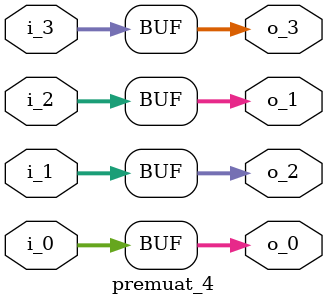
<source format=v>
module premuat_4(
               i_0,
               i_1,
               i_2,
               i_3,
               o_0,
               o_1,
               o_2,
               o_3
);
input  signed  [27:0]   i_0;
input  signed  [27:0]   i_1;
input  signed  [27:0]   i_2;
input  signed  [27:0]   i_3;
output  signed [27:0]   o_0;
output  signed [27:0]   o_1;
output  signed [27:0]   o_2;
output  signed [27:0]   o_3;
assign  o_0=i_0;
assign  o_1=i_2;
assign  o_2=i_1;
assign  o_3=i_3;
endmodule
</source>
